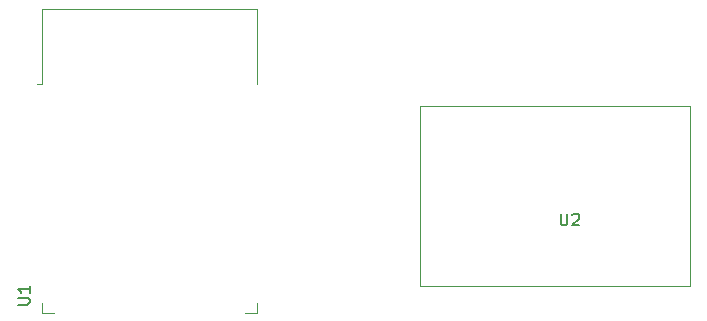
<source format=gbr>
%TF.GenerationSoftware,KiCad,Pcbnew,(6.0.5-0)*%
%TF.CreationDate,2022-06-13T22:41:19-05:00*%
%TF.ProjectId,ESP32,45535033-322e-46b6-9963-61645f706362,rev?*%
%TF.SameCoordinates,Original*%
%TF.FileFunction,Legend,Top*%
%TF.FilePolarity,Positive*%
%FSLAX46Y46*%
G04 Gerber Fmt 4.6, Leading zero omitted, Abs format (unit mm)*
G04 Created by KiCad (PCBNEW (6.0.5-0)) date 2022-06-13 22:41:19*
%MOMM*%
%LPD*%
G01*
G04 APERTURE LIST*
%ADD10C,0.150000*%
%ADD11C,0.120000*%
G04 APERTURE END LIST*
D10*
%TO.C,U2*%
X177038095Y-115792380D02*
X177038095Y-116601904D01*
X177085714Y-116697142D01*
X177133333Y-116744761D01*
X177228571Y-116792380D01*
X177419047Y-116792380D01*
X177514285Y-116744761D01*
X177561904Y-116697142D01*
X177609523Y-116601904D01*
X177609523Y-115792380D01*
X178038095Y-115887619D02*
X178085714Y-115840000D01*
X178180952Y-115792380D01*
X178419047Y-115792380D01*
X178514285Y-115840000D01*
X178561904Y-115887619D01*
X178609523Y-115982857D01*
X178609523Y-116078095D01*
X178561904Y-116220952D01*
X177990476Y-116792380D01*
X178609523Y-116792380D01*
%TO.C,U1*%
X131082380Y-123491904D02*
X131891904Y-123491904D01*
X131987142Y-123444285D01*
X132034761Y-123396666D01*
X132082380Y-123301428D01*
X132082380Y-123110952D01*
X132034761Y-123015714D01*
X131987142Y-122968095D01*
X131891904Y-122920476D01*
X131082380Y-122920476D01*
X132082380Y-121920476D02*
X132082380Y-122491904D01*
X132082380Y-122206190D02*
X131082380Y-122206190D01*
X131225238Y-122301428D01*
X131320476Y-122396666D01*
X131368095Y-122491904D01*
D11*
%TO.C,U2*%
X165100000Y-106680000D02*
X187960000Y-106680000D01*
X187960000Y-106680000D02*
X187960000Y-121920000D01*
X187960000Y-121920000D02*
X165100000Y-121920000D01*
X165100000Y-121920000D02*
X165100000Y-106680000D01*
%TO.C,U1*%
X133120000Y-123400000D02*
X133120000Y-124180000D01*
X151360000Y-123400000D02*
X151360000Y-124180000D01*
X133120000Y-98435000D02*
X133120000Y-104855000D01*
X133120000Y-124180000D02*
X134120000Y-124180000D01*
X151360000Y-124180000D02*
X150360000Y-124180000D01*
X151360000Y-98435000D02*
X151360000Y-104855000D01*
X133120000Y-98435000D02*
X151360000Y-98435000D01*
X133120000Y-104855000D02*
X132740000Y-104855000D01*
%TD*%
M02*

</source>
